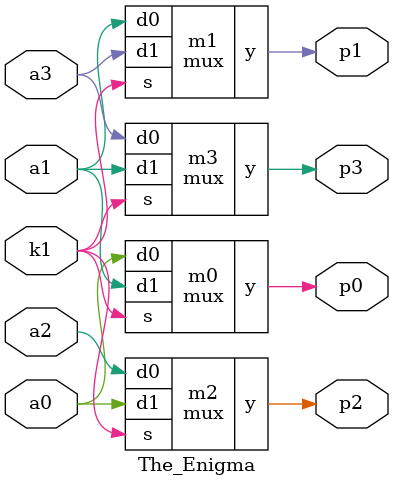
<source format=sv>
module mux(output y,input d0,d1,s);
assign y= (d0 & ~s)|(d1 & s);
endmodule

module The_Enigma(a0,a1,a2,a3,k1,p0,p1,p2,p3);
input a0,a1,a2,a3,k1;
output p0,p1,p2,p3;

mux m0(p0,a0,a1,k1);
mux m1(p1,a1,a3,k1);
mux m2(p2,a2,a0,k1);
mux m3(p3,a3,a1,k1);


endmodule
</source>
